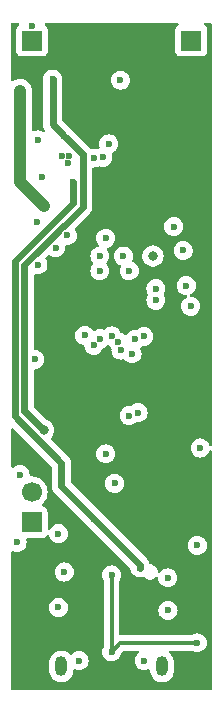
<source format=gbr>
%TF.GenerationSoftware,KiCad,Pcbnew,8.0.6*%
%TF.CreationDate,2025-01-15T19:29:55+01:00*%
%TF.ProjectId,boxmod,626f786d-6f64-42e6-9b69-6361645f7063,rev?*%
%TF.SameCoordinates,Original*%
%TF.FileFunction,Copper,L2,Inr*%
%TF.FilePolarity,Positive*%
%FSLAX46Y46*%
G04 Gerber Fmt 4.6, Leading zero omitted, Abs format (unit mm)*
G04 Created by KiCad (PCBNEW 8.0.6) date 2025-01-15 19:29:55*
%MOMM*%
%LPD*%
G01*
G04 APERTURE LIST*
%TA.AperFunction,ComponentPad*%
%ADD10R,1.700000X1.700000*%
%TD*%
%TA.AperFunction,ComponentPad*%
%ADD11O,1.000000X1.700000*%
%TD*%
%TA.AperFunction,ComponentPad*%
%ADD12C,1.700000*%
%TD*%
%TA.AperFunction,ViaPad*%
%ADD13C,0.600000*%
%TD*%
%TA.AperFunction,ViaPad*%
%ADD14C,0.800000*%
%TD*%
%TA.AperFunction,ViaPad*%
%ADD15C,1.000000*%
%TD*%
%TA.AperFunction,Conductor*%
%ADD16C,0.600000*%
%TD*%
%TA.AperFunction,Conductor*%
%ADD17C,0.300000*%
%TD*%
%TA.AperFunction,Conductor*%
%ADD18C,1.000000*%
%TD*%
G04 APERTURE END LIST*
D10*
%TO.N,GND*%
%TO.C,J5*%
X102250000Y-53250000D03*
%TD*%
D11*
%TO.N,GND*%
%TO.C,J1*%
X99770000Y-106250000D03*
%TO.N,N/C*%
X91230000Y-106250000D03*
%TD*%
D10*
%TO.N,coil+*%
%TO.C,J4*%
X88750000Y-53250000D03*
%TD*%
D12*
%TO.N,/+BT1*%
%TO.C,BT1*%
X88725000Y-91500000D03*
D10*
%TO.N,/-BT1*%
X88725000Y-94040000D03*
%TD*%
D13*
%TO.N,GND*%
X91800000Y-63650000D03*
X94025000Y-63200000D03*
X91925000Y-63050000D03*
X89150000Y-68625000D03*
D14*
%TO.N,+5V*%
X89750000Y-86250000D03*
D13*
%TO.N,+BATT*%
X92250000Y-65250000D03*
X94000000Y-93750000D03*
X97875000Y-97875000D03*
%TO.N,RXD*%
X99250000Y-75250000D03*
%TO.N,TXD*%
X101825000Y-74000000D03*
%TO.N,MISO*%
X94550000Y-78500000D03*
%TO.N,RESET*%
X99250000Y-74250000D03*
%TO.N,SCK*%
X94000000Y-79050000D03*
%TO.N,MOSI*%
X93222182Y-78222182D03*
%TO.N,moins*%
X96054957Y-78754503D03*
%TO.N,plus*%
X91500000Y-98250000D03*
X95500000Y-78250000D03*
%TO.N,fire*%
X96250000Y-56600000D03*
X95250000Y-62000000D03*
X95000000Y-70000000D03*
%TO.N,PWM*%
X91750000Y-69750000D03*
X89250000Y-61662500D03*
%TO.N,BOOST_EN*%
X90750000Y-70800000D03*
X89575000Y-64800000D03*
%TO.N,SDA*%
X97750000Y-84750000D03*
X96287800Y-79467449D03*
%TO.N,SCL*%
X97225000Y-79775000D03*
X97000000Y-85000000D03*
%TO.N,+USB5V*%
X95500000Y-105000000D03*
X102750000Y-104250000D03*
X95500000Y-98500000D03*
%TO.N,+5V*%
X90500000Y-56500000D03*
X91500000Y-61327004D03*
%TO.N,+3.3V*%
X103700000Y-97250000D03*
X95250000Y-58250000D03*
X102750000Y-71750000D03*
X99250000Y-78500000D03*
X96500000Y-63750000D03*
X96250000Y-82700000D03*
X87300000Y-97250000D03*
X94000000Y-89000000D03*
X90875000Y-72125000D03*
X90500000Y-78250000D03*
X101000000Y-86250000D03*
X102000000Y-56250000D03*
X102750000Y-77296300D03*
%TO.N,coil+*%
X88750000Y-52050000D03*
D14*
X99000000Y-71500000D03*
D13*
%TO.N,batV*%
X97512230Y-78554820D03*
%TO.N,GND*%
X97000000Y-72750000D03*
X91000000Y-101250000D03*
X92750000Y-105750000D03*
X100250000Y-98750000D03*
X100750000Y-69000000D03*
X95000000Y-88250000D03*
X94750000Y-63150000D03*
X96500000Y-71500000D03*
X94500000Y-72750000D03*
X102195000Y-75750000D03*
X89263909Y-72236091D03*
X103000000Y-87750000D03*
X95750000Y-90750000D03*
X98250000Y-105750000D03*
X91000000Y-95000000D03*
X102750000Y-96000000D03*
X89000000Y-80250000D03*
X94500000Y-71500000D03*
X91300000Y-63050000D03*
X100275000Y-101500000D03*
X87500000Y-95750000D03*
X87750000Y-90000000D03*
%TO.N,CoilResSw*%
X101560468Y-71028689D03*
%TO.N,BatVoltSw*%
X98221311Y-78310468D03*
D15*
%TO.N,Net-(Q2-D)*%
X87750000Y-57500000D03*
X89750000Y-67250000D03*
%TD*%
D16*
%TO.N,+5V*%
X91500000Y-61327004D02*
X93050000Y-62877004D01*
X93050000Y-62877004D02*
X93050000Y-67331370D01*
X88100000Y-84600000D02*
X89750000Y-86250000D01*
X93050000Y-67331370D02*
X91431370Y-68950000D01*
X88945279Y-71436091D02*
X88932538Y-71436091D01*
X88932538Y-71436091D02*
X88100000Y-72268629D01*
X91431370Y-68950000D02*
X91418629Y-68950000D01*
X90950000Y-69418629D02*
X90950000Y-69431370D01*
X91418629Y-68950000D02*
X90950000Y-69418629D01*
X90950000Y-69431370D02*
X88945279Y-71436091D01*
X88100000Y-72268629D02*
X88100000Y-84600000D01*
%TO.N,+BATT*%
X94000000Y-93750000D02*
X91250000Y-91000000D01*
X88613909Y-70636091D02*
X90150000Y-69100000D01*
X91250000Y-91000000D02*
X91250000Y-89022793D01*
X91250000Y-89022793D02*
X87300000Y-85072793D01*
X87300000Y-85072793D02*
X87300000Y-71937258D01*
X87300000Y-71937258D02*
X88601167Y-70636091D01*
X88601167Y-70636091D02*
X88613909Y-70636091D01*
X92250000Y-66987259D02*
X92250000Y-65250000D01*
X90150000Y-69100000D02*
X90150000Y-69087259D01*
X90150000Y-69087259D02*
X92250000Y-66987259D01*
X97875000Y-97625000D02*
X94000000Y-93750000D01*
X97875000Y-97875000D02*
X97875000Y-97625000D01*
D17*
%TO.N,+USB5V*%
X102750000Y-104250000D02*
X96250000Y-104250000D01*
X96250000Y-104250000D02*
X95500000Y-105000000D01*
X95500000Y-98500000D02*
X95500000Y-105000000D01*
D16*
%TO.N,+5V*%
X90500000Y-56500000D02*
X90500000Y-60327004D01*
X90500000Y-60327004D02*
X91500000Y-61327004D01*
D18*
%TO.N,Net-(Q2-D)*%
X87750000Y-57500000D02*
X87750000Y-65250000D01*
X87750000Y-65250000D02*
X89750000Y-67250000D01*
%TD*%
%TA.AperFunction,Conductor*%
%TO.N,+3.3V*%
G36*
X87626936Y-51770185D02*
G01*
X87672691Y-51822989D01*
X87682635Y-51892147D01*
X87653610Y-51955703D01*
X87634208Y-51973766D01*
X87542455Y-52042452D01*
X87542452Y-52042455D01*
X87456206Y-52157664D01*
X87456202Y-52157671D01*
X87405908Y-52292517D01*
X87399501Y-52352116D01*
X87399501Y-52352123D01*
X87399500Y-52352135D01*
X87399500Y-54147870D01*
X87399501Y-54147876D01*
X87405908Y-54207483D01*
X87456202Y-54342328D01*
X87456206Y-54342335D01*
X87542452Y-54457544D01*
X87542455Y-54457547D01*
X87657664Y-54543793D01*
X87657671Y-54543797D01*
X87792517Y-54594091D01*
X87792516Y-54594091D01*
X87799444Y-54594835D01*
X87852127Y-54600500D01*
X89647872Y-54600499D01*
X89707483Y-54594091D01*
X89842331Y-54543796D01*
X89957546Y-54457546D01*
X90043796Y-54342331D01*
X90094091Y-54207483D01*
X90100500Y-54147873D01*
X90100499Y-52352128D01*
X90094091Y-52292517D01*
X90043796Y-52157669D01*
X90043795Y-52157668D01*
X90043793Y-52157664D01*
X89957547Y-52042455D01*
X89957544Y-52042452D01*
X89865792Y-51973766D01*
X89823921Y-51917832D01*
X89818937Y-51848141D01*
X89852423Y-51786818D01*
X89913746Y-51753334D01*
X89940103Y-51750500D01*
X101059897Y-51750500D01*
X101126936Y-51770185D01*
X101172691Y-51822989D01*
X101182635Y-51892147D01*
X101153610Y-51955703D01*
X101134208Y-51973766D01*
X101042455Y-52042452D01*
X101042452Y-52042455D01*
X100956206Y-52157664D01*
X100956202Y-52157671D01*
X100905908Y-52292517D01*
X100899501Y-52352116D01*
X100899501Y-52352123D01*
X100899500Y-52352135D01*
X100899500Y-54147870D01*
X100899501Y-54147876D01*
X100905908Y-54207483D01*
X100956202Y-54342328D01*
X100956206Y-54342335D01*
X101042452Y-54457544D01*
X101042455Y-54457547D01*
X101157664Y-54543793D01*
X101157671Y-54543797D01*
X101292517Y-54594091D01*
X101292516Y-54594091D01*
X101299444Y-54594835D01*
X101352127Y-54600500D01*
X103147872Y-54600499D01*
X103207483Y-54594091D01*
X103342331Y-54543796D01*
X103457546Y-54457546D01*
X103543796Y-54342331D01*
X103594091Y-54207483D01*
X103600500Y-54147873D01*
X103600499Y-52352128D01*
X103594091Y-52292517D01*
X103543796Y-52157669D01*
X103543795Y-52157668D01*
X103543793Y-52157664D01*
X103457547Y-52042455D01*
X103457544Y-52042452D01*
X103365792Y-51973766D01*
X103323921Y-51917832D01*
X103318937Y-51848141D01*
X103352423Y-51786818D01*
X103413746Y-51753334D01*
X103440103Y-51750500D01*
X103875500Y-51750500D01*
X103942539Y-51770185D01*
X103988294Y-51822989D01*
X103999500Y-51874500D01*
X103999500Y-87452885D01*
X103979815Y-87519924D01*
X103927011Y-87565679D01*
X103857853Y-87575623D01*
X103794297Y-87546598D01*
X103758459Y-87493840D01*
X103725790Y-87400480D01*
X103725789Y-87400478D01*
X103629816Y-87247738D01*
X103502262Y-87120184D01*
X103349523Y-87024211D01*
X103179254Y-86964631D01*
X103179249Y-86964630D01*
X103000004Y-86944435D01*
X102999996Y-86944435D01*
X102820750Y-86964630D01*
X102820745Y-86964631D01*
X102650476Y-87024211D01*
X102497737Y-87120184D01*
X102370184Y-87247737D01*
X102274211Y-87400476D01*
X102214631Y-87570745D01*
X102214630Y-87570750D01*
X102194435Y-87749996D01*
X102194435Y-87750003D01*
X102214630Y-87929249D01*
X102214631Y-87929254D01*
X102274211Y-88099523D01*
X102368760Y-88249996D01*
X102370184Y-88252262D01*
X102497738Y-88379816D01*
X102650478Y-88475789D01*
X102820745Y-88535368D01*
X102820750Y-88535369D01*
X102999996Y-88555565D01*
X103000000Y-88555565D01*
X103000004Y-88555565D01*
X103179249Y-88535369D01*
X103179252Y-88535368D01*
X103179255Y-88535368D01*
X103349522Y-88475789D01*
X103502262Y-88379816D01*
X103629816Y-88252262D01*
X103725789Y-88099522D01*
X103758458Y-88006160D01*
X103799180Y-87949383D01*
X103864133Y-87923636D01*
X103932694Y-87937092D01*
X103983097Y-87985479D01*
X103999500Y-88047114D01*
X103999500Y-108125500D01*
X103979815Y-108192539D01*
X103927011Y-108238294D01*
X103875500Y-108249500D01*
X87124500Y-108249500D01*
X87057461Y-108229815D01*
X87011706Y-108177011D01*
X87000500Y-108125500D01*
X87000500Y-106698543D01*
X90229499Y-106698543D01*
X90267947Y-106891829D01*
X90267950Y-106891839D01*
X90343364Y-107073907D01*
X90343371Y-107073920D01*
X90452860Y-107237781D01*
X90452863Y-107237785D01*
X90592214Y-107377136D01*
X90592218Y-107377139D01*
X90756079Y-107486628D01*
X90756092Y-107486635D01*
X90938160Y-107562049D01*
X90938165Y-107562051D01*
X90938169Y-107562051D01*
X90938170Y-107562052D01*
X91131456Y-107600500D01*
X91131459Y-107600500D01*
X91328543Y-107600500D01*
X91458582Y-107574632D01*
X91521835Y-107562051D01*
X91703914Y-107486632D01*
X91867782Y-107377139D01*
X92007139Y-107237782D01*
X92116632Y-107073914D01*
X92192051Y-106891835D01*
X92230500Y-106698541D01*
X92230500Y-106591073D01*
X92250185Y-106524034D01*
X92302989Y-106478279D01*
X92372147Y-106468335D01*
X92395455Y-106474032D01*
X92570737Y-106535366D01*
X92570743Y-106535367D01*
X92570745Y-106535368D01*
X92570746Y-106535368D01*
X92570750Y-106535369D01*
X92749996Y-106555565D01*
X92750000Y-106555565D01*
X92750004Y-106555565D01*
X92929249Y-106535369D01*
X92929252Y-106535368D01*
X92929255Y-106535368D01*
X93099522Y-106475789D01*
X93252262Y-106379816D01*
X93379816Y-106252262D01*
X93475789Y-106099522D01*
X93535368Y-105929255D01*
X93535369Y-105929249D01*
X93555565Y-105750003D01*
X93555565Y-105749996D01*
X93535369Y-105570750D01*
X93535368Y-105570745D01*
X93511405Y-105502262D01*
X93475789Y-105400478D01*
X93379816Y-105247738D01*
X93252262Y-105120184D01*
X93149422Y-105055565D01*
X93099523Y-105024211D01*
X92929254Y-104964631D01*
X92929249Y-104964630D01*
X92750004Y-104944435D01*
X92749996Y-104944435D01*
X92570750Y-104964630D01*
X92570745Y-104964631D01*
X92400476Y-105024211D01*
X92247737Y-105120184D01*
X92144103Y-105223819D01*
X92082780Y-105257304D01*
X92013088Y-105252320D01*
X91968741Y-105223819D01*
X91867785Y-105122863D01*
X91867781Y-105122860D01*
X91703920Y-105013371D01*
X91703907Y-105013364D01*
X91521839Y-104937950D01*
X91521829Y-104937947D01*
X91328543Y-104899500D01*
X91328541Y-104899500D01*
X91131459Y-104899500D01*
X91131457Y-104899500D01*
X90938170Y-104937947D01*
X90938160Y-104937950D01*
X90756092Y-105013364D01*
X90756079Y-105013371D01*
X90592218Y-105122860D01*
X90592214Y-105122863D01*
X90452863Y-105262214D01*
X90452860Y-105262218D01*
X90343371Y-105426079D01*
X90343364Y-105426092D01*
X90267950Y-105608160D01*
X90267947Y-105608170D01*
X90229500Y-105801456D01*
X90229500Y-105801459D01*
X90229500Y-106698541D01*
X90229500Y-106698543D01*
X90229499Y-106698543D01*
X87000500Y-106698543D01*
X87000500Y-101249996D01*
X90194435Y-101249996D01*
X90194435Y-101250003D01*
X90214630Y-101429249D01*
X90214631Y-101429254D01*
X90274211Y-101599523D01*
X90370184Y-101752262D01*
X90497738Y-101879816D01*
X90650478Y-101975789D01*
X90820745Y-102035368D01*
X90820750Y-102035369D01*
X90999996Y-102055565D01*
X91000000Y-102055565D01*
X91000004Y-102055565D01*
X91179249Y-102035369D01*
X91179252Y-102035368D01*
X91179255Y-102035368D01*
X91349522Y-101975789D01*
X91502262Y-101879816D01*
X91629816Y-101752262D01*
X91725789Y-101599522D01*
X91785368Y-101429255D01*
X91785369Y-101429249D01*
X91805565Y-101250003D01*
X91805565Y-101249996D01*
X91785369Y-101070750D01*
X91785368Y-101070745D01*
X91725788Y-100900476D01*
X91629815Y-100747737D01*
X91502262Y-100620184D01*
X91349523Y-100524211D01*
X91179254Y-100464631D01*
X91179249Y-100464630D01*
X91000004Y-100444435D01*
X90999996Y-100444435D01*
X90820750Y-100464630D01*
X90820745Y-100464631D01*
X90650476Y-100524211D01*
X90497737Y-100620184D01*
X90370184Y-100747737D01*
X90274211Y-100900476D01*
X90214631Y-101070745D01*
X90214630Y-101070750D01*
X90194435Y-101249996D01*
X87000500Y-101249996D01*
X87000500Y-98249996D01*
X90694435Y-98249996D01*
X90694435Y-98250003D01*
X90714630Y-98429249D01*
X90714631Y-98429254D01*
X90774211Y-98599523D01*
X90827614Y-98684512D01*
X90870184Y-98752262D01*
X90997738Y-98879816D01*
X91150478Y-98975789D01*
X91234150Y-99005067D01*
X91320745Y-99035368D01*
X91320750Y-99035369D01*
X91499996Y-99055565D01*
X91500000Y-99055565D01*
X91500004Y-99055565D01*
X91679249Y-99035369D01*
X91679252Y-99035368D01*
X91679255Y-99035368D01*
X91849522Y-98975789D01*
X92002262Y-98879816D01*
X92129816Y-98752262D01*
X92225789Y-98599522D01*
X92260615Y-98499996D01*
X94694435Y-98499996D01*
X94694435Y-98500003D01*
X94714630Y-98679249D01*
X94714631Y-98679254D01*
X94774211Y-98849524D01*
X94830493Y-98939094D01*
X94849500Y-99005067D01*
X94849500Y-104494931D01*
X94830494Y-104560903D01*
X94774211Y-104650477D01*
X94774209Y-104650481D01*
X94714633Y-104820737D01*
X94714630Y-104820750D01*
X94694435Y-104999996D01*
X94694435Y-105000003D01*
X94714630Y-105179249D01*
X94714631Y-105179254D01*
X94774211Y-105349523D01*
X94822315Y-105426079D01*
X94870184Y-105502262D01*
X94997738Y-105629816D01*
X95150478Y-105725789D01*
X95219678Y-105750003D01*
X95320745Y-105785368D01*
X95320750Y-105785369D01*
X95499996Y-105805565D01*
X95500000Y-105805565D01*
X95500004Y-105805565D01*
X95679249Y-105785369D01*
X95679252Y-105785368D01*
X95679255Y-105785368D01*
X95849522Y-105725789D01*
X96002262Y-105629816D01*
X96129816Y-105502262D01*
X96225789Y-105349522D01*
X96285368Y-105179255D01*
X96286182Y-105172025D01*
X96313245Y-105107611D01*
X96321703Y-105098241D01*
X96483128Y-104936816D01*
X96544449Y-104903334D01*
X96570807Y-104900500D01*
X97668842Y-104900500D01*
X97735881Y-104920185D01*
X97781636Y-104972989D01*
X97791580Y-105042147D01*
X97762555Y-105105703D01*
X97752631Y-105115229D01*
X97752662Y-105115260D01*
X97620184Y-105247737D01*
X97524211Y-105400476D01*
X97464631Y-105570745D01*
X97464630Y-105570750D01*
X97444435Y-105749996D01*
X97444435Y-105750003D01*
X97464630Y-105929249D01*
X97464631Y-105929254D01*
X97524211Y-106099523D01*
X97620184Y-106252262D01*
X97747738Y-106379816D01*
X97838080Y-106436582D01*
X97897681Y-106474032D01*
X97900478Y-106475789D01*
X98038354Y-106524034D01*
X98070745Y-106535368D01*
X98070750Y-106535369D01*
X98249996Y-106555565D01*
X98250000Y-106555565D01*
X98250004Y-106555565D01*
X98429249Y-106535369D01*
X98429251Y-106535368D01*
X98429255Y-106535368D01*
X98429258Y-106535366D01*
X98429262Y-106535366D01*
X98604545Y-106474032D01*
X98674324Y-106470470D01*
X98734951Y-106505198D01*
X98767179Y-106567192D01*
X98769500Y-106591073D01*
X98769500Y-106698541D01*
X98769500Y-106698543D01*
X98769499Y-106698543D01*
X98807947Y-106891829D01*
X98807950Y-106891839D01*
X98883364Y-107073907D01*
X98883371Y-107073920D01*
X98992860Y-107237781D01*
X98992863Y-107237785D01*
X99132214Y-107377136D01*
X99132218Y-107377139D01*
X99296079Y-107486628D01*
X99296092Y-107486635D01*
X99478160Y-107562049D01*
X99478165Y-107562051D01*
X99478169Y-107562051D01*
X99478170Y-107562052D01*
X99671456Y-107600500D01*
X99671459Y-107600500D01*
X99868543Y-107600500D01*
X99998582Y-107574632D01*
X100061835Y-107562051D01*
X100243914Y-107486632D01*
X100407782Y-107377139D01*
X100547139Y-107237782D01*
X100656632Y-107073914D01*
X100732051Y-106891835D01*
X100770500Y-106698541D01*
X100770500Y-105801459D01*
X100770500Y-105801456D01*
X100732052Y-105608170D01*
X100732051Y-105608169D01*
X100732051Y-105608165D01*
X100688185Y-105502262D01*
X100656635Y-105426092D01*
X100656628Y-105426079D01*
X100547139Y-105262218D01*
X100547136Y-105262214D01*
X100407787Y-105122865D01*
X100404725Y-105120352D01*
X100403552Y-105118630D01*
X100403475Y-105118553D01*
X100403489Y-105118538D01*
X100365392Y-105062605D01*
X100363523Y-104992761D01*
X100399711Y-104932993D01*
X100462468Y-104902278D01*
X100483392Y-104900500D01*
X102244932Y-104900500D01*
X102310904Y-104919506D01*
X102400477Y-104975789D01*
X102400481Y-104975790D01*
X102570737Y-105035366D01*
X102570743Y-105035367D01*
X102570745Y-105035368D01*
X102570746Y-105035368D01*
X102570750Y-105035369D01*
X102749996Y-105055565D01*
X102750000Y-105055565D01*
X102750004Y-105055565D01*
X102929249Y-105035369D01*
X102929252Y-105035368D01*
X102929255Y-105035368D01*
X103099522Y-104975789D01*
X103252262Y-104879816D01*
X103379816Y-104752262D01*
X103475789Y-104599522D01*
X103535368Y-104429255D01*
X103555565Y-104250000D01*
X103535368Y-104070745D01*
X103475789Y-103900478D01*
X103379816Y-103747738D01*
X103252262Y-103620184D01*
X103189096Y-103580494D01*
X103099523Y-103524211D01*
X102929254Y-103464631D01*
X102929249Y-103464630D01*
X102750004Y-103444435D01*
X102749996Y-103444435D01*
X102570750Y-103464630D01*
X102570737Y-103464633D01*
X102400481Y-103524209D01*
X102400477Y-103524210D01*
X102310904Y-103580494D01*
X102244932Y-103599500D01*
X96274500Y-103599500D01*
X96207461Y-103579815D01*
X96161706Y-103527011D01*
X96150500Y-103475500D01*
X96150500Y-101499996D01*
X99469435Y-101499996D01*
X99469435Y-101500003D01*
X99489630Y-101679249D01*
X99489631Y-101679254D01*
X99549211Y-101849523D01*
X99628549Y-101975788D01*
X99645184Y-102002262D01*
X99772738Y-102129816D01*
X99925478Y-102225789D01*
X100095745Y-102285368D01*
X100095750Y-102285369D01*
X100274996Y-102305565D01*
X100275000Y-102305565D01*
X100275004Y-102305565D01*
X100454249Y-102285369D01*
X100454252Y-102285368D01*
X100454255Y-102285368D01*
X100624522Y-102225789D01*
X100777262Y-102129816D01*
X100904816Y-102002262D01*
X101000789Y-101849522D01*
X101060368Y-101679255D01*
X101080565Y-101500000D01*
X101072593Y-101429249D01*
X101060369Y-101320750D01*
X101060368Y-101320745D01*
X101000788Y-101150476D01*
X100961582Y-101088080D01*
X100904816Y-100997738D01*
X100777262Y-100870184D01*
X100624523Y-100774211D01*
X100454254Y-100714631D01*
X100454249Y-100714630D01*
X100275004Y-100694435D01*
X100274996Y-100694435D01*
X100095750Y-100714630D01*
X100095745Y-100714631D01*
X99925476Y-100774211D01*
X99772737Y-100870184D01*
X99645184Y-100997737D01*
X99549211Y-101150476D01*
X99489631Y-101320745D01*
X99489630Y-101320750D01*
X99469435Y-101499996D01*
X96150500Y-101499996D01*
X96150500Y-99005067D01*
X96169507Y-98939094D01*
X96225788Y-98849524D01*
X96246867Y-98789284D01*
X96285368Y-98679255D01*
X96285385Y-98679105D01*
X96305565Y-98500003D01*
X96305565Y-98499996D01*
X96285369Y-98320750D01*
X96285368Y-98320745D01*
X96274901Y-98290832D01*
X96225789Y-98150478D01*
X96129816Y-97997738D01*
X96002262Y-97870184D01*
X95915187Y-97815471D01*
X95849523Y-97774211D01*
X95679254Y-97714631D01*
X95679249Y-97714630D01*
X95500004Y-97694435D01*
X95499996Y-97694435D01*
X95320750Y-97714630D01*
X95320745Y-97714631D01*
X95150476Y-97774211D01*
X94997737Y-97870184D01*
X94870184Y-97997737D01*
X94774211Y-98150476D01*
X94714631Y-98320745D01*
X94714630Y-98320750D01*
X94694435Y-98499996D01*
X92260615Y-98499996D01*
X92285368Y-98429255D01*
X92287896Y-98406818D01*
X92305565Y-98250003D01*
X92305565Y-98249996D01*
X92285369Y-98070750D01*
X92285368Y-98070745D01*
X92225788Y-97900476D01*
X92186582Y-97838080D01*
X92129816Y-97747738D01*
X92002262Y-97620184D01*
X91969344Y-97599500D01*
X91849523Y-97524211D01*
X91679254Y-97464631D01*
X91679249Y-97464630D01*
X91500004Y-97444435D01*
X91499996Y-97444435D01*
X91320750Y-97464630D01*
X91320745Y-97464631D01*
X91150476Y-97524211D01*
X90997737Y-97620184D01*
X90870184Y-97747737D01*
X90774211Y-97900476D01*
X90714631Y-98070745D01*
X90714630Y-98070750D01*
X90694435Y-98249996D01*
X87000500Y-98249996D01*
X87000500Y-96598071D01*
X87020185Y-96531032D01*
X87072989Y-96485277D01*
X87142147Y-96475333D01*
X87165455Y-96481030D01*
X87320737Y-96535366D01*
X87320743Y-96535367D01*
X87320745Y-96535368D01*
X87320746Y-96535368D01*
X87320750Y-96535369D01*
X87499996Y-96555565D01*
X87500000Y-96555565D01*
X87500004Y-96555565D01*
X87679249Y-96535369D01*
X87679252Y-96535368D01*
X87679255Y-96535368D01*
X87849522Y-96475789D01*
X88002262Y-96379816D01*
X88129816Y-96252262D01*
X88225789Y-96099522D01*
X88285368Y-95929255D01*
X88285369Y-95929249D01*
X88305565Y-95750003D01*
X88305565Y-95749996D01*
X88285369Y-95570750D01*
X88285368Y-95570748D01*
X88285368Y-95570745D01*
X88280017Y-95555455D01*
X88276455Y-95485677D01*
X88311183Y-95425049D01*
X88373176Y-95392821D01*
X88397059Y-95390499D01*
X89622871Y-95390499D01*
X89622872Y-95390499D01*
X89682483Y-95384091D01*
X89817331Y-95333796D01*
X89932546Y-95247546D01*
X90001610Y-95155288D01*
X90057541Y-95113418D01*
X90127233Y-95108434D01*
X90188556Y-95141919D01*
X90217916Y-95188645D01*
X90274209Y-95349519D01*
X90301418Y-95392821D01*
X90370184Y-95502262D01*
X90497738Y-95629816D01*
X90650478Y-95725789D01*
X90719678Y-95750003D01*
X90820745Y-95785368D01*
X90820750Y-95785369D01*
X90999996Y-95805565D01*
X91000000Y-95805565D01*
X91000004Y-95805565D01*
X91179249Y-95785369D01*
X91179252Y-95785368D01*
X91179255Y-95785368D01*
X91349522Y-95725789D01*
X91502262Y-95629816D01*
X91629816Y-95502262D01*
X91725789Y-95349522D01*
X91785368Y-95179255D01*
X91785369Y-95179249D01*
X91805565Y-95000003D01*
X91805565Y-94999996D01*
X91785369Y-94820750D01*
X91785368Y-94820745D01*
X91725789Y-94650478D01*
X91724593Y-94648575D01*
X91629815Y-94497737D01*
X91502262Y-94370184D01*
X91349523Y-94274211D01*
X91179254Y-94214631D01*
X91179249Y-94214630D01*
X91000004Y-94194435D01*
X90999996Y-94194435D01*
X90820750Y-94214630D01*
X90820745Y-94214631D01*
X90650476Y-94274211D01*
X90497737Y-94370184D01*
X90370184Y-94497737D01*
X90370182Y-94497740D01*
X90304492Y-94602284D01*
X90252157Y-94648575D01*
X90183104Y-94659222D01*
X90119256Y-94630847D01*
X90080884Y-94572457D01*
X90075499Y-94536316D01*
X90075499Y-93142128D01*
X90069091Y-93082517D01*
X90018796Y-92947669D01*
X90018795Y-92947668D01*
X90018793Y-92947664D01*
X89932547Y-92832455D01*
X89932544Y-92832452D01*
X89817335Y-92746206D01*
X89817328Y-92746202D01*
X89685917Y-92697189D01*
X89629983Y-92655318D01*
X89605566Y-92589853D01*
X89620418Y-92521580D01*
X89641563Y-92493332D01*
X89763495Y-92371401D01*
X89899035Y-92177830D01*
X89998903Y-91963663D01*
X90060063Y-91735408D01*
X90080659Y-91500000D01*
X90060063Y-91264592D01*
X89998903Y-91036337D01*
X89899035Y-90822171D01*
X89873266Y-90785368D01*
X89763494Y-90628597D01*
X89596402Y-90461506D01*
X89596395Y-90461501D01*
X89402834Y-90325967D01*
X89402830Y-90325965D01*
X89308030Y-90281759D01*
X89188663Y-90226097D01*
X89188659Y-90226096D01*
X89188655Y-90226094D01*
X88960413Y-90164938D01*
X88960403Y-90164936D01*
X88725001Y-90144341D01*
X88724996Y-90144341D01*
X88688450Y-90147538D01*
X88619950Y-90133771D01*
X88569768Y-90085155D01*
X88553835Y-90017126D01*
X88554424Y-90010124D01*
X88555565Y-89999999D01*
X88555565Y-89999996D01*
X88535369Y-89820750D01*
X88535368Y-89820745D01*
X88475788Y-89650476D01*
X88379815Y-89497737D01*
X88252262Y-89370184D01*
X88099523Y-89274211D01*
X87929254Y-89214631D01*
X87929249Y-89214630D01*
X87750004Y-89194435D01*
X87749996Y-89194435D01*
X87570750Y-89214630D01*
X87570745Y-89214631D01*
X87400476Y-89274211D01*
X87247737Y-89370184D01*
X87212181Y-89405741D01*
X87150858Y-89439226D01*
X87081166Y-89434242D01*
X87025233Y-89392370D01*
X87000816Y-89326906D01*
X87000500Y-89318060D01*
X87000500Y-86204733D01*
X87020185Y-86137694D01*
X87072989Y-86091939D01*
X87142147Y-86081995D01*
X87205703Y-86111020D01*
X87212181Y-86117052D01*
X90413181Y-89318052D01*
X90446666Y-89379375D01*
X90449500Y-89405733D01*
X90449500Y-91078846D01*
X90480261Y-91233489D01*
X90480264Y-91233501D01*
X90540602Y-91379172D01*
X90540609Y-91379185D01*
X90628210Y-91510288D01*
X90628213Y-91510292D01*
X93365843Y-94247920D01*
X93365850Y-94247928D01*
X93370183Y-94252260D01*
X93370184Y-94252262D01*
X93378211Y-94260289D01*
X97048468Y-97930546D01*
X97081953Y-97991869D01*
X97084007Y-98004340D01*
X97089632Y-98054252D01*
X97089633Y-98054260D01*
X97097976Y-98078104D01*
X97102550Y-98094860D01*
X97105262Y-98108496D01*
X97121347Y-98147330D01*
X97122650Y-98150476D01*
X97125509Y-98157377D01*
X97127986Y-98163867D01*
X97139229Y-98195997D01*
X97149212Y-98224524D01*
X97155709Y-98234865D01*
X97165268Y-98253365D01*
X97165603Y-98254173D01*
X97165605Y-98254179D01*
X97202223Y-98308982D01*
X97204114Y-98311900D01*
X97245180Y-98377257D01*
X97245182Y-98377260D01*
X97245184Y-98377262D01*
X97372738Y-98504816D01*
X97438131Y-98545905D01*
X97441040Y-98547790D01*
X97495821Y-98584394D01*
X97496606Y-98584719D01*
X97515134Y-98594289D01*
X97525478Y-98600789D01*
X97586175Y-98622028D01*
X97592607Y-98624484D01*
X97619965Y-98635816D01*
X97641497Y-98644735D01*
X97641498Y-98644735D01*
X97641503Y-98644737D01*
X97655139Y-98647449D01*
X97671898Y-98652023D01*
X97695745Y-98660368D01*
X97746714Y-98666110D01*
X97756992Y-98667709D01*
X97784140Y-98673109D01*
X97796157Y-98675500D01*
X97796158Y-98675500D01*
X97823085Y-98675500D01*
X97836969Y-98676280D01*
X97874998Y-98680565D01*
X97875000Y-98680565D01*
X97875002Y-98680565D01*
X97913031Y-98676280D01*
X97926915Y-98675500D01*
X97953841Y-98675500D01*
X97953842Y-98675500D01*
X97993017Y-98667707D01*
X98003283Y-98666110D01*
X98054255Y-98660368D01*
X98078100Y-98652023D01*
X98094862Y-98647448D01*
X98108497Y-98644737D01*
X98110722Y-98643815D01*
X98111996Y-98643288D01*
X98113980Y-98643074D01*
X98114332Y-98642968D01*
X98114352Y-98643034D01*
X98181465Y-98635816D01*
X98243945Y-98667089D01*
X98254329Y-98679105D01*
X98254543Y-98678916D01*
X98259512Y-98684525D01*
X98259515Y-98684528D01*
X98259517Y-98684530D01*
X98377760Y-98789283D01*
X98377762Y-98789284D01*
X98517634Y-98862696D01*
X98671014Y-98900500D01*
X98671015Y-98900500D01*
X98828985Y-98900500D01*
X98982365Y-98862696D01*
X99122237Y-98789285D01*
X99122238Y-98789283D01*
X99122240Y-98789283D01*
X99240483Y-98684530D01*
X99240485Y-98684526D01*
X99240502Y-98684512D01*
X99303735Y-98654791D01*
X99372999Y-98663975D01*
X99426302Y-98709147D01*
X99445949Y-98763444D01*
X99464630Y-98929250D01*
X99464631Y-98929254D01*
X99524211Y-99099523D01*
X99620184Y-99252262D01*
X99747738Y-99379816D01*
X99900478Y-99475789D01*
X100070745Y-99535368D01*
X100070750Y-99535369D01*
X100249996Y-99555565D01*
X100250000Y-99555565D01*
X100250004Y-99555565D01*
X100429249Y-99535369D01*
X100429252Y-99535368D01*
X100429255Y-99535368D01*
X100599522Y-99475789D01*
X100752262Y-99379816D01*
X100879816Y-99252262D01*
X100975789Y-99099522D01*
X101035368Y-98929255D01*
X101038608Y-98900500D01*
X101055565Y-98750003D01*
X101055565Y-98749996D01*
X101035369Y-98570750D01*
X101035368Y-98570745D01*
X101010612Y-98499996D01*
X100975789Y-98400478D01*
X100961201Y-98377262D01*
X100936582Y-98338080D01*
X100879816Y-98247738D01*
X100752262Y-98120184D01*
X100698363Y-98086317D01*
X100599523Y-98024211D01*
X100429254Y-97964631D01*
X100429249Y-97964630D01*
X100250004Y-97944435D01*
X100249996Y-97944435D01*
X100070750Y-97964630D01*
X100070745Y-97964631D01*
X99900476Y-98024211D01*
X99747737Y-98120184D01*
X99620178Y-98247743D01*
X99617821Y-98250699D01*
X99615816Y-98252105D01*
X99615260Y-98252662D01*
X99615162Y-98252564D01*
X99560627Y-98290832D01*
X99490815Y-98293673D01*
X99430550Y-98258320D01*
X99398965Y-98195997D01*
X99397791Y-98188338D01*
X99386237Y-98093182D01*
X99383633Y-98086317D01*
X99350040Y-97997738D01*
X99330220Y-97945477D01*
X99240483Y-97815470D01*
X99122240Y-97710717D01*
X99122238Y-97710716D01*
X99122237Y-97710715D01*
X98982365Y-97637303D01*
X98828986Y-97599500D01*
X98828985Y-97599500D01*
X98787875Y-97599500D01*
X98720836Y-97579815D01*
X98675081Y-97527011D01*
X98666258Y-97499691D01*
X98644739Y-97391510D01*
X98644738Y-97391503D01*
X98584394Y-97245821D01*
X98584392Y-97245818D01*
X98584390Y-97245814D01*
X98496789Y-97114711D01*
X98496786Y-97114707D01*
X97382075Y-95999996D01*
X101944435Y-95999996D01*
X101944435Y-96000003D01*
X101964630Y-96179249D01*
X101964631Y-96179254D01*
X102024211Y-96349523D01*
X102044336Y-96381551D01*
X102120184Y-96502262D01*
X102247738Y-96629816D01*
X102400478Y-96725789D01*
X102570745Y-96785368D01*
X102570750Y-96785369D01*
X102749996Y-96805565D01*
X102750000Y-96805565D01*
X102750004Y-96805565D01*
X102929249Y-96785369D01*
X102929252Y-96785368D01*
X102929255Y-96785368D01*
X103099522Y-96725789D01*
X103252262Y-96629816D01*
X103379816Y-96502262D01*
X103475789Y-96349522D01*
X103535368Y-96179255D01*
X103555565Y-96000000D01*
X103547593Y-95929249D01*
X103535369Y-95820750D01*
X103535368Y-95820745D01*
X103475788Y-95650476D01*
X103436582Y-95588080D01*
X103379816Y-95497738D01*
X103252262Y-95370184D01*
X103219374Y-95349519D01*
X103099523Y-95274211D01*
X102929254Y-95214631D01*
X102929249Y-95214630D01*
X102750004Y-95194435D01*
X102749996Y-95194435D01*
X102570750Y-95214630D01*
X102570745Y-95214631D01*
X102400476Y-95274211D01*
X102247737Y-95370184D01*
X102120184Y-95497737D01*
X102024211Y-95650476D01*
X101964631Y-95820745D01*
X101964630Y-95820750D01*
X101944435Y-95999996D01*
X97382075Y-95999996D01*
X94510289Y-93128211D01*
X94502262Y-93120184D01*
X94502260Y-93120183D01*
X94497928Y-93115850D01*
X94497920Y-93115843D01*
X92132074Y-90749996D01*
X94944435Y-90749996D01*
X94944435Y-90750003D01*
X94964630Y-90929249D01*
X94964631Y-90929254D01*
X95024211Y-91099523D01*
X95108388Y-91233489D01*
X95120184Y-91252262D01*
X95247738Y-91379816D01*
X95400478Y-91475789D01*
X95499082Y-91510292D01*
X95570745Y-91535368D01*
X95570750Y-91535369D01*
X95749996Y-91555565D01*
X95750000Y-91555565D01*
X95750004Y-91555565D01*
X95929249Y-91535369D01*
X95929252Y-91535368D01*
X95929255Y-91535368D01*
X96099522Y-91475789D01*
X96252262Y-91379816D01*
X96379816Y-91252262D01*
X96475789Y-91099522D01*
X96535368Y-90929255D01*
X96535369Y-90929249D01*
X96555565Y-90750003D01*
X96555565Y-90749996D01*
X96535369Y-90570750D01*
X96535368Y-90570745D01*
X96511405Y-90502262D01*
X96475789Y-90400478D01*
X96379816Y-90247738D01*
X96252262Y-90120184D01*
X96196514Y-90085155D01*
X96099523Y-90024211D01*
X95929254Y-89964631D01*
X95929249Y-89964630D01*
X95750004Y-89944435D01*
X95749996Y-89944435D01*
X95570750Y-89964630D01*
X95570745Y-89964631D01*
X95400476Y-90024211D01*
X95247737Y-90120184D01*
X95120184Y-90247737D01*
X95024211Y-90400476D01*
X94964631Y-90570745D01*
X94964630Y-90570750D01*
X94944435Y-90749996D01*
X92132074Y-90749996D01*
X92086819Y-90704741D01*
X92053334Y-90643418D01*
X92050500Y-90617060D01*
X92050500Y-88943950D01*
X92050499Y-88943949D01*
X92037743Y-88879816D01*
X92037743Y-88879815D01*
X92037743Y-88879813D01*
X92019739Y-88789303D01*
X92019738Y-88789296D01*
X91959394Y-88643614D01*
X91959392Y-88643611D01*
X91959390Y-88643607D01*
X91871789Y-88512504D01*
X91871786Y-88512500D01*
X91609282Y-88249996D01*
X94194435Y-88249996D01*
X94194435Y-88250003D01*
X94214630Y-88429249D01*
X94214631Y-88429254D01*
X94274211Y-88599523D01*
X94370184Y-88752262D01*
X94497738Y-88879816D01*
X94588080Y-88936582D01*
X94599806Y-88943950D01*
X94650478Y-88975789D01*
X94820745Y-89035368D01*
X94820750Y-89035369D01*
X94999996Y-89055565D01*
X95000000Y-89055565D01*
X95000004Y-89055565D01*
X95179249Y-89035369D01*
X95179252Y-89035368D01*
X95179255Y-89035368D01*
X95349522Y-88975789D01*
X95502262Y-88879816D01*
X95629816Y-88752262D01*
X95725789Y-88599522D01*
X95785368Y-88429255D01*
X95785369Y-88429249D01*
X95805565Y-88250003D01*
X95805565Y-88249996D01*
X95785369Y-88070750D01*
X95785368Y-88070745D01*
X95755532Y-87985479D01*
X95725789Y-87900478D01*
X95629816Y-87747738D01*
X95502262Y-87620184D01*
X95431344Y-87575623D01*
X95349523Y-87524211D01*
X95179254Y-87464631D01*
X95179249Y-87464630D01*
X95000004Y-87444435D01*
X94999996Y-87444435D01*
X94820750Y-87464630D01*
X94820745Y-87464631D01*
X94650476Y-87524211D01*
X94497737Y-87620184D01*
X94370184Y-87747737D01*
X94274211Y-87900476D01*
X94214631Y-88070745D01*
X94214630Y-88070750D01*
X94194435Y-88249996D01*
X91609282Y-88249996D01*
X90404159Y-87044874D01*
X90370674Y-86983551D01*
X90375658Y-86913859D01*
X90399688Y-86874223D01*
X90482533Y-86782216D01*
X90577179Y-86618284D01*
X90635674Y-86438256D01*
X90655460Y-86250000D01*
X90635674Y-86061744D01*
X90577179Y-85881716D01*
X90482533Y-85717784D01*
X90355871Y-85577112D01*
X90355870Y-85577111D01*
X90202734Y-85465851D01*
X90202729Y-85465848D01*
X90034809Y-85391084D01*
X89997564Y-85365486D01*
X89632074Y-84999996D01*
X96194435Y-84999996D01*
X96194435Y-85000003D01*
X96214630Y-85179249D01*
X96214631Y-85179254D01*
X96274211Y-85349523D01*
X96347304Y-85465849D01*
X96370184Y-85502262D01*
X96497738Y-85629816D01*
X96588080Y-85686582D01*
X96637739Y-85717785D01*
X96650478Y-85725789D01*
X96820745Y-85785368D01*
X96820750Y-85785369D01*
X96999996Y-85805565D01*
X97000000Y-85805565D01*
X97000004Y-85805565D01*
X97179249Y-85785369D01*
X97179252Y-85785368D01*
X97179255Y-85785368D01*
X97349522Y-85725789D01*
X97502262Y-85629816D01*
X97502265Y-85629813D01*
X97551855Y-85580223D01*
X97613178Y-85546737D01*
X97653420Y-85544683D01*
X97690155Y-85548822D01*
X97749998Y-85555565D01*
X97750000Y-85555565D01*
X97750004Y-85555565D01*
X97929249Y-85535369D01*
X97929252Y-85535368D01*
X97929255Y-85535368D01*
X98099522Y-85475789D01*
X98252262Y-85379816D01*
X98379816Y-85252262D01*
X98475789Y-85099522D01*
X98535368Y-84929255D01*
X98535369Y-84929249D01*
X98555565Y-84750003D01*
X98555565Y-84749996D01*
X98535369Y-84570750D01*
X98535368Y-84570745D01*
X98475788Y-84400476D01*
X98396450Y-84274211D01*
X98379816Y-84247738D01*
X98252262Y-84120184D01*
X98099523Y-84024211D01*
X97929254Y-83964631D01*
X97929249Y-83964630D01*
X97750004Y-83944435D01*
X97749996Y-83944435D01*
X97570750Y-83964630D01*
X97570745Y-83964631D01*
X97400476Y-84024211D01*
X97247734Y-84120186D01*
X97198142Y-84169778D01*
X97136819Y-84203262D01*
X97096579Y-84205316D01*
X97000003Y-84194435D01*
X96999996Y-84194435D01*
X96820750Y-84214630D01*
X96820745Y-84214631D01*
X96650476Y-84274211D01*
X96497737Y-84370184D01*
X96370184Y-84497737D01*
X96274211Y-84650476D01*
X96214631Y-84820745D01*
X96214630Y-84820750D01*
X96194435Y-84999996D01*
X89632074Y-84999996D01*
X88936819Y-84304741D01*
X88903334Y-84243418D01*
X88900500Y-84217060D01*
X88900500Y-81177589D01*
X88920185Y-81110550D01*
X88972989Y-81064795D01*
X89010617Y-81054369D01*
X89179249Y-81035369D01*
X89179252Y-81035368D01*
X89179255Y-81035368D01*
X89349522Y-80975789D01*
X89502262Y-80879816D01*
X89629816Y-80752262D01*
X89725789Y-80599522D01*
X89785368Y-80429255D01*
X89788122Y-80404815D01*
X89805565Y-80250003D01*
X89805565Y-80249996D01*
X89785369Y-80070750D01*
X89785368Y-80070745D01*
X89725789Y-79900478D01*
X89629816Y-79747738D01*
X89502262Y-79620184D01*
X89463368Y-79595745D01*
X89349523Y-79524211D01*
X89179254Y-79464631D01*
X89179250Y-79464630D01*
X89010616Y-79445630D01*
X88946202Y-79418563D01*
X88906647Y-79360968D01*
X88900500Y-79322410D01*
X88900500Y-78222178D01*
X92416617Y-78222178D01*
X92416617Y-78222185D01*
X92436812Y-78401431D01*
X92436813Y-78401436D01*
X92496393Y-78571705D01*
X92551867Y-78659990D01*
X92592366Y-78724444D01*
X92719920Y-78851998D01*
X92810262Y-78908764D01*
X92860424Y-78940283D01*
X92872660Y-78947971D01*
X93042927Y-79007550D01*
X93093273Y-79013222D01*
X93157685Y-79040287D01*
X93197241Y-79097881D01*
X93202609Y-79122558D01*
X93214630Y-79229250D01*
X93214631Y-79229254D01*
X93274211Y-79399523D01*
X93315122Y-79464632D01*
X93370184Y-79552262D01*
X93497738Y-79679816D01*
X93588080Y-79736582D01*
X93605833Y-79747737D01*
X93650478Y-79775789D01*
X93820745Y-79835368D01*
X93820750Y-79835369D01*
X93999996Y-79855565D01*
X94000000Y-79855565D01*
X94000004Y-79855565D01*
X94179249Y-79835369D01*
X94179252Y-79835368D01*
X94179255Y-79835368D01*
X94349522Y-79775789D01*
X94502262Y-79679816D01*
X94629816Y-79552262D01*
X94725789Y-79399522D01*
X94751099Y-79327187D01*
X94791820Y-79270411D01*
X94827188Y-79251099D01*
X94899522Y-79225789D01*
X95052262Y-79129816D01*
X95124534Y-79057543D01*
X95185853Y-79024061D01*
X95255545Y-79029045D01*
X95311479Y-79070916D01*
X95325853Y-79097890D01*
X95326145Y-79097750D01*
X95329164Y-79104019D01*
X95425141Y-79256765D01*
X95455562Y-79287186D01*
X95489047Y-79348509D01*
X95491101Y-79388749D01*
X95482235Y-79467444D01*
X95482235Y-79467452D01*
X95502430Y-79646698D01*
X95502431Y-79646703D01*
X95562011Y-79816972D01*
X95614482Y-79900478D01*
X95657984Y-79969711D01*
X95785538Y-80097265D01*
X95938278Y-80193238D01*
X96100503Y-80250003D01*
X96108545Y-80252817D01*
X96108550Y-80252818D01*
X96287796Y-80273014D01*
X96287800Y-80273014D01*
X96287804Y-80273014D01*
X96467047Y-80252818D01*
X96467047Y-80252817D01*
X96467055Y-80252817D01*
X96470319Y-80251674D01*
X96472561Y-80251560D01*
X96473837Y-80251269D01*
X96473888Y-80251492D01*
X96540093Y-80248110D01*
X96598956Y-80281034D01*
X96722738Y-80404816D01*
X96875478Y-80500789D01*
X97045745Y-80560368D01*
X97045750Y-80560369D01*
X97224996Y-80580565D01*
X97225000Y-80580565D01*
X97225004Y-80580565D01*
X97404249Y-80560369D01*
X97404252Y-80560368D01*
X97404255Y-80560368D01*
X97574522Y-80500789D01*
X97727262Y-80404816D01*
X97854816Y-80277262D01*
X97950789Y-80124522D01*
X98010368Y-79954255D01*
X98016427Y-79900478D01*
X98030565Y-79775003D01*
X98030565Y-79774996D01*
X98010369Y-79595750D01*
X98010368Y-79595745D01*
X97950789Y-79425478D01*
X97950787Y-79425475D01*
X97950787Y-79425474D01*
X97926297Y-79386497D01*
X97907297Y-79319260D01*
X97927665Y-79252425D01*
X97965317Y-79215534D01*
X98014492Y-79184636D01*
X98054865Y-79144262D01*
X98116186Y-79110776D01*
X98156428Y-79108722D01*
X98209210Y-79114669D01*
X98221310Y-79116033D01*
X98221311Y-79116033D01*
X98221314Y-79116033D01*
X98400560Y-79095837D01*
X98400563Y-79095836D01*
X98400566Y-79095836D01*
X98570833Y-79036257D01*
X98723573Y-78940284D01*
X98851127Y-78812730D01*
X98947100Y-78659990D01*
X99006679Y-78489723D01*
X99006680Y-78489717D01*
X99026876Y-78310471D01*
X99026876Y-78310464D01*
X99006680Y-78131218D01*
X99006679Y-78131213D01*
X98970813Y-78028714D01*
X98947100Y-77960946D01*
X98936911Y-77944731D01*
X98851126Y-77808205D01*
X98723573Y-77680652D01*
X98570834Y-77584679D01*
X98400565Y-77525099D01*
X98400560Y-77525098D01*
X98221315Y-77504903D01*
X98221307Y-77504903D01*
X98042061Y-77525098D01*
X98042056Y-77525099D01*
X97871787Y-77584679D01*
X97719045Y-77680654D01*
X97719044Y-77680655D01*
X97678671Y-77721027D01*
X97617347Y-77754511D01*
X97577110Y-77756564D01*
X97512235Y-77749255D01*
X97512226Y-77749255D01*
X97332980Y-77769450D01*
X97332975Y-77769451D01*
X97162706Y-77829031D01*
X97009967Y-77925004D01*
X96882412Y-78052559D01*
X96811820Y-78164906D01*
X96759486Y-78211196D01*
X96690432Y-78221844D01*
X96626584Y-78193469D01*
X96619146Y-78186614D01*
X96557219Y-78124687D01*
X96404483Y-78028716D01*
X96404481Y-78028715D01*
X96404479Y-78028714D01*
X96308349Y-77995076D01*
X96251577Y-77954357D01*
X96232267Y-77918991D01*
X96225789Y-77900478D01*
X96193121Y-77848488D01*
X96169462Y-77810834D01*
X96129816Y-77747738D01*
X96002262Y-77620184D01*
X95957990Y-77592366D01*
X95849523Y-77524211D01*
X95679254Y-77464631D01*
X95679249Y-77464630D01*
X95500004Y-77444435D01*
X95499996Y-77444435D01*
X95320750Y-77464630D01*
X95320745Y-77464631D01*
X95150476Y-77524211D01*
X94997739Y-77620183D01*
X94913271Y-77704651D01*
X94851947Y-77738135D01*
X94784636Y-77734011D01*
X94729255Y-77714632D01*
X94729254Y-77714631D01*
X94729252Y-77714631D01*
X94729246Y-77714630D01*
X94550004Y-77694435D01*
X94549996Y-77694435D01*
X94370750Y-77714630D01*
X94370745Y-77714631D01*
X94200476Y-77774211D01*
X94080089Y-77849856D01*
X94012852Y-77868856D01*
X93946017Y-77848488D01*
X93909123Y-77810834D01*
X93883120Y-77769450D01*
X93851998Y-77719920D01*
X93724444Y-77592366D01*
X93712210Y-77584679D01*
X93571705Y-77496393D01*
X93401436Y-77436813D01*
X93401431Y-77436812D01*
X93222186Y-77416617D01*
X93222178Y-77416617D01*
X93042932Y-77436812D01*
X93042927Y-77436813D01*
X92872658Y-77496393D01*
X92719919Y-77592366D01*
X92592366Y-77719919D01*
X92496393Y-77872658D01*
X92436813Y-78042927D01*
X92436812Y-78042932D01*
X92416617Y-78222178D01*
X88900500Y-78222178D01*
X88900500Y-74249996D01*
X98444435Y-74249996D01*
X98444435Y-74250003D01*
X98464630Y-74429249D01*
X98464633Y-74429262D01*
X98524209Y-74599520D01*
X98577309Y-74684029D01*
X98596309Y-74751266D01*
X98577309Y-74815971D01*
X98524209Y-74900479D01*
X98464633Y-75070737D01*
X98464630Y-75070750D01*
X98444435Y-75249996D01*
X98444435Y-75250003D01*
X98464630Y-75429249D01*
X98464631Y-75429254D01*
X98524211Y-75599523D01*
X98618760Y-75749996D01*
X98620184Y-75752262D01*
X98747738Y-75879816D01*
X98900478Y-75975789D01*
X99070745Y-76035368D01*
X99070750Y-76035369D01*
X99249996Y-76055565D01*
X99250000Y-76055565D01*
X99250004Y-76055565D01*
X99429249Y-76035369D01*
X99429252Y-76035368D01*
X99429255Y-76035368D01*
X99599522Y-75975789D01*
X99752262Y-75879816D01*
X99879816Y-75752262D01*
X99975789Y-75599522D01*
X100035368Y-75429255D01*
X100035369Y-75429249D01*
X100055565Y-75250003D01*
X100055565Y-75249996D01*
X100035369Y-75070750D01*
X100035368Y-75070745D01*
X99975788Y-74900475D01*
X99922691Y-74815973D01*
X99903690Y-74748736D01*
X99922691Y-74684027D01*
X99975788Y-74599524D01*
X99975789Y-74599522D01*
X100035368Y-74429255D01*
X100055565Y-74250000D01*
X100047593Y-74179249D01*
X100035369Y-74070750D01*
X100035368Y-74070745D01*
X100010612Y-73999996D01*
X101019435Y-73999996D01*
X101019435Y-74000003D01*
X101039630Y-74179249D01*
X101039631Y-74179254D01*
X101099211Y-74349523D01*
X101149315Y-74429262D01*
X101195184Y-74502262D01*
X101322738Y-74629816D01*
X101475478Y-74725789D01*
X101645745Y-74785368D01*
X101645750Y-74785369D01*
X101785282Y-74801090D01*
X101849696Y-74828156D01*
X101889251Y-74885751D01*
X101891389Y-74955588D01*
X101855431Y-75015494D01*
X101837372Y-75029303D01*
X101692739Y-75120182D01*
X101565184Y-75247737D01*
X101469211Y-75400476D01*
X101409631Y-75570745D01*
X101409630Y-75570750D01*
X101389435Y-75749996D01*
X101389435Y-75750003D01*
X101409630Y-75929249D01*
X101409631Y-75929254D01*
X101469211Y-76099523D01*
X101565184Y-76252262D01*
X101692738Y-76379816D01*
X101845478Y-76475789D01*
X102015745Y-76535368D01*
X102015750Y-76535369D01*
X102194996Y-76555565D01*
X102195000Y-76555565D01*
X102195004Y-76555565D01*
X102374249Y-76535369D01*
X102374252Y-76535368D01*
X102374255Y-76535368D01*
X102544522Y-76475789D01*
X102697262Y-76379816D01*
X102824816Y-76252262D01*
X102920789Y-76099522D01*
X102980368Y-75929255D01*
X102980369Y-75929249D01*
X103000565Y-75750003D01*
X103000565Y-75749996D01*
X102980369Y-75570750D01*
X102980368Y-75570745D01*
X102920789Y-75400478D01*
X102824816Y-75247738D01*
X102697262Y-75120184D01*
X102697259Y-75120182D01*
X102544523Y-75024211D01*
X102374254Y-74964631D01*
X102374250Y-74964630D01*
X102234716Y-74948909D01*
X102170302Y-74921842D01*
X102130747Y-74864247D01*
X102128610Y-74794411D01*
X102164568Y-74734504D01*
X102182623Y-74720698D01*
X102327262Y-74629816D01*
X102454816Y-74502262D01*
X102550789Y-74349522D01*
X102610368Y-74179255D01*
X102610369Y-74179249D01*
X102630565Y-74000003D01*
X102630565Y-73999996D01*
X102610369Y-73820750D01*
X102610368Y-73820745D01*
X102550788Y-73650476D01*
X102478461Y-73535369D01*
X102454816Y-73497738D01*
X102327262Y-73370184D01*
X102174523Y-73274211D01*
X102004254Y-73214631D01*
X102004249Y-73214630D01*
X101825004Y-73194435D01*
X101824996Y-73194435D01*
X101645750Y-73214630D01*
X101645745Y-73214631D01*
X101475476Y-73274211D01*
X101322737Y-73370184D01*
X101195184Y-73497737D01*
X101099211Y-73650476D01*
X101039631Y-73820745D01*
X101039630Y-73820750D01*
X101019435Y-73999996D01*
X100010612Y-73999996D01*
X99975788Y-73900476D01*
X99936582Y-73838080D01*
X99879816Y-73747738D01*
X99752262Y-73620184D01*
X99649422Y-73555565D01*
X99599523Y-73524211D01*
X99429254Y-73464631D01*
X99429249Y-73464630D01*
X99250004Y-73444435D01*
X99249996Y-73444435D01*
X99070750Y-73464630D01*
X99070745Y-73464631D01*
X98900476Y-73524211D01*
X98747737Y-73620184D01*
X98620184Y-73747737D01*
X98524211Y-73900476D01*
X98464631Y-74070745D01*
X98464630Y-74070750D01*
X98444435Y-74249996D01*
X88900500Y-74249996D01*
X88900500Y-73131782D01*
X88920185Y-73064743D01*
X88972989Y-73018988D01*
X89042147Y-73009044D01*
X89065455Y-73014741D01*
X89084654Y-73021459D01*
X89084655Y-73021459D01*
X89084659Y-73021460D01*
X89263905Y-73041656D01*
X89263909Y-73041656D01*
X89263913Y-73041656D01*
X89443158Y-73021460D01*
X89443161Y-73021459D01*
X89443164Y-73021459D01*
X89613431Y-72961880D01*
X89766171Y-72865907D01*
X89893725Y-72738353D01*
X89989698Y-72585613D01*
X90049277Y-72415346D01*
X90050950Y-72400500D01*
X90069474Y-72236094D01*
X90069474Y-72236087D01*
X90049278Y-72056841D01*
X90049277Y-72056836D01*
X90016063Y-71961917D01*
X89989698Y-71886569D01*
X89902303Y-71747481D01*
X89883304Y-71680247D01*
X89903672Y-71613411D01*
X89919612Y-71593835D01*
X90078085Y-71435362D01*
X90139406Y-71401879D01*
X90209098Y-71406863D01*
X90243081Y-71426101D01*
X90247731Y-71429809D01*
X90247738Y-71429816D01*
X90400478Y-71525789D01*
X90570745Y-71585368D01*
X90570750Y-71585369D01*
X90749996Y-71605565D01*
X90750000Y-71605565D01*
X90750004Y-71605565D01*
X90929249Y-71585369D01*
X90929252Y-71585368D01*
X90929255Y-71585368D01*
X91099522Y-71525789D01*
X91140571Y-71499996D01*
X93694435Y-71499996D01*
X93694435Y-71500003D01*
X93714630Y-71679249D01*
X93714631Y-71679254D01*
X93774211Y-71849523D01*
X93870184Y-72002262D01*
X93905241Y-72037319D01*
X93938726Y-72098642D01*
X93933742Y-72168334D01*
X93905241Y-72212681D01*
X93870184Y-72247737D01*
X93774211Y-72400476D01*
X93714631Y-72570745D01*
X93714630Y-72570750D01*
X93694435Y-72749996D01*
X93694435Y-72750003D01*
X93714630Y-72929249D01*
X93714631Y-72929254D01*
X93774211Y-73099523D01*
X93794481Y-73131782D01*
X93870184Y-73252262D01*
X93997738Y-73379816D01*
X94088080Y-73436582D01*
X94132721Y-73464632D01*
X94150478Y-73475789D01*
X94213202Y-73497737D01*
X94320745Y-73535368D01*
X94320750Y-73535369D01*
X94499996Y-73555565D01*
X94500000Y-73555565D01*
X94500004Y-73555565D01*
X94679249Y-73535369D01*
X94679252Y-73535368D01*
X94679255Y-73535368D01*
X94849522Y-73475789D01*
X95002262Y-73379816D01*
X95129816Y-73252262D01*
X95225789Y-73099522D01*
X95285368Y-72929255D01*
X95305565Y-72750000D01*
X95287043Y-72585614D01*
X95285369Y-72570750D01*
X95285368Y-72570745D01*
X95285367Y-72570742D01*
X95225789Y-72400478D01*
X95129816Y-72247738D01*
X95094759Y-72212681D01*
X95061274Y-72151358D01*
X95066258Y-72081666D01*
X95094759Y-72037319D01*
X95107869Y-72024209D01*
X95129816Y-72002262D01*
X95225789Y-71849522D01*
X95285368Y-71679255D01*
X95285369Y-71679249D01*
X95305565Y-71500003D01*
X95305565Y-71499996D01*
X95694435Y-71499996D01*
X95694435Y-71500003D01*
X95714630Y-71679249D01*
X95714631Y-71679254D01*
X95774211Y-71849523D01*
X95870184Y-72002262D01*
X95997738Y-72129816D01*
X96032022Y-72151358D01*
X96150478Y-72225789D01*
X96198129Y-72242463D01*
X96254905Y-72283185D01*
X96280653Y-72348138D01*
X96274217Y-72400459D01*
X96214632Y-72570742D01*
X96214630Y-72570750D01*
X96194435Y-72749996D01*
X96194435Y-72750003D01*
X96214630Y-72929249D01*
X96214631Y-72929254D01*
X96274211Y-73099523D01*
X96294481Y-73131782D01*
X96370184Y-73252262D01*
X96497738Y-73379816D01*
X96588080Y-73436582D01*
X96632721Y-73464632D01*
X96650478Y-73475789D01*
X96713202Y-73497737D01*
X96820745Y-73535368D01*
X96820750Y-73535369D01*
X96999996Y-73555565D01*
X97000000Y-73555565D01*
X97000004Y-73555565D01*
X97179249Y-73535369D01*
X97179252Y-73535368D01*
X97179255Y-73535368D01*
X97349522Y-73475789D01*
X97502262Y-73379816D01*
X97629816Y-73252262D01*
X97725789Y-73099522D01*
X97785368Y-72929255D01*
X97805565Y-72750000D01*
X97787043Y-72585614D01*
X97785369Y-72570750D01*
X97785368Y-72570745D01*
X97785367Y-72570742D01*
X97725789Y-72400478D01*
X97629816Y-72247738D01*
X97502262Y-72120184D01*
X97349522Y-72024211D01*
X97349519Y-72024209D01*
X97301868Y-72007535D01*
X97245092Y-71966814D01*
X97219345Y-71901861D01*
X97225782Y-71849538D01*
X97225785Y-71849527D01*
X97225789Y-71849522D01*
X97272144Y-71717045D01*
X97285367Y-71679259D01*
X97285369Y-71679249D01*
X97305565Y-71500003D01*
X97305565Y-71500000D01*
X98094540Y-71500000D01*
X98114326Y-71688256D01*
X98114327Y-71688259D01*
X98172818Y-71868277D01*
X98172821Y-71868284D01*
X98267467Y-72032216D01*
X98355346Y-72129815D01*
X98394129Y-72172888D01*
X98547265Y-72284148D01*
X98547270Y-72284151D01*
X98720192Y-72361142D01*
X98720197Y-72361144D01*
X98905354Y-72400500D01*
X98905355Y-72400500D01*
X99094644Y-72400500D01*
X99094646Y-72400500D01*
X99279803Y-72361144D01*
X99452730Y-72284151D01*
X99605871Y-72172888D01*
X99732533Y-72032216D01*
X99827179Y-71868284D01*
X99885674Y-71688256D01*
X99905460Y-71500000D01*
X99885674Y-71311744D01*
X99827179Y-71131716D01*
X99767694Y-71028685D01*
X100754903Y-71028685D01*
X100754903Y-71028692D01*
X100775098Y-71207938D01*
X100775099Y-71207943D01*
X100834679Y-71378212D01*
X100911202Y-71499996D01*
X100930652Y-71530951D01*
X101058206Y-71658505D01*
X101105559Y-71688259D01*
X101199813Y-71747483D01*
X101210946Y-71754478D01*
X101381213Y-71814057D01*
X101381218Y-71814058D01*
X101560464Y-71834254D01*
X101560468Y-71834254D01*
X101560472Y-71834254D01*
X101739717Y-71814058D01*
X101739720Y-71814057D01*
X101739723Y-71814057D01*
X101909990Y-71754478D01*
X102062730Y-71658505D01*
X102190284Y-71530951D01*
X102286257Y-71378211D01*
X102345836Y-71207944D01*
X102352311Y-71150476D01*
X102366033Y-71028692D01*
X102366033Y-71028685D01*
X102345837Y-70849439D01*
X102345836Y-70849434D01*
X102330539Y-70805719D01*
X102286257Y-70679167D01*
X102190284Y-70526427D01*
X102062730Y-70398873D01*
X102032401Y-70379816D01*
X101909991Y-70302900D01*
X101739722Y-70243320D01*
X101739717Y-70243319D01*
X101560472Y-70223124D01*
X101560464Y-70223124D01*
X101381218Y-70243319D01*
X101381213Y-70243320D01*
X101210944Y-70302900D01*
X101058205Y-70398873D01*
X100930652Y-70526426D01*
X100834679Y-70679165D01*
X100775099Y-70849434D01*
X100775098Y-70849439D01*
X100754903Y-71028685D01*
X99767694Y-71028685D01*
X99732533Y-70967784D01*
X99605871Y-70827112D01*
X99576426Y-70805719D01*
X99452734Y-70715851D01*
X99452729Y-70715848D01*
X99279807Y-70638857D01*
X99279802Y-70638855D01*
X99134001Y-70607865D01*
X99094646Y-70599500D01*
X98905354Y-70599500D01*
X98872897Y-70606398D01*
X98720197Y-70638855D01*
X98720192Y-70638857D01*
X98547270Y-70715848D01*
X98547265Y-70715851D01*
X98394129Y-70827111D01*
X98267466Y-70967785D01*
X98172821Y-71131715D01*
X98172818Y-71131722D01*
X98117407Y-71302262D01*
X98114326Y-71311744D01*
X98094540Y-71500000D01*
X97305565Y-71500000D01*
X97305565Y-71499996D01*
X97285369Y-71320750D01*
X97285368Y-71320745D01*
X97282217Y-71311740D01*
X97225789Y-71150478D01*
X97225188Y-71149522D01*
X97186582Y-71088080D01*
X97129816Y-70997738D01*
X97002262Y-70870184D01*
X96849523Y-70774211D01*
X96679254Y-70714631D01*
X96679249Y-70714630D01*
X96500004Y-70694435D01*
X96499996Y-70694435D01*
X96320750Y-70714630D01*
X96320745Y-70714631D01*
X96150476Y-70774211D01*
X95997737Y-70870184D01*
X95870184Y-70997737D01*
X95774211Y-71150476D01*
X95714631Y-71320745D01*
X95714630Y-71320750D01*
X95694435Y-71499996D01*
X95305565Y-71499996D01*
X95285369Y-71320750D01*
X95285368Y-71320745D01*
X95282217Y-71311740D01*
X95225789Y-71150478D01*
X95225188Y-71149522D01*
X95186582Y-71088080D01*
X95129816Y-70997738D01*
X95124745Y-70992667D01*
X95091260Y-70931344D01*
X95096244Y-70861652D01*
X95138116Y-70805719D01*
X95173301Y-70789439D01*
X95172682Y-70787668D01*
X95179255Y-70785368D01*
X95349522Y-70725789D01*
X95502262Y-70629816D01*
X95629816Y-70502262D01*
X95725789Y-70349522D01*
X95785368Y-70179255D01*
X95794352Y-70099522D01*
X95805565Y-70000003D01*
X95805565Y-69999996D01*
X95785369Y-69820750D01*
X95785368Y-69820745D01*
X95725788Y-69650476D01*
X95686582Y-69588080D01*
X95629816Y-69497738D01*
X95502262Y-69370184D01*
X95402557Y-69307535D01*
X95349523Y-69274211D01*
X95179254Y-69214631D01*
X95179249Y-69214630D01*
X95000004Y-69194435D01*
X94999996Y-69194435D01*
X94820750Y-69214630D01*
X94820745Y-69214631D01*
X94650476Y-69274211D01*
X94497737Y-69370184D01*
X94370184Y-69497737D01*
X94274211Y-69650476D01*
X94214631Y-69820745D01*
X94214630Y-69820750D01*
X94194435Y-69999996D01*
X94194435Y-70000003D01*
X94214630Y-70179249D01*
X94214631Y-70179254D01*
X94274211Y-70349523D01*
X94370184Y-70502262D01*
X94375254Y-70507332D01*
X94408739Y-70568655D01*
X94403755Y-70638347D01*
X94361883Y-70694280D01*
X94326703Y-70710577D01*
X94327318Y-70712332D01*
X94150476Y-70774211D01*
X93997737Y-70870184D01*
X93870184Y-70997737D01*
X93774211Y-71150476D01*
X93714631Y-71320745D01*
X93714630Y-71320750D01*
X93694435Y-71499996D01*
X91140571Y-71499996D01*
X91252262Y-71429816D01*
X91379816Y-71302262D01*
X91475789Y-71149522D01*
X91535368Y-70979255D01*
X91535369Y-70979249D01*
X91555565Y-70800003D01*
X91555565Y-70799997D01*
X91542579Y-70684746D01*
X91554633Y-70615924D01*
X91601982Y-70564544D01*
X91669593Y-70546920D01*
X91679676Y-70547641D01*
X91716704Y-70551813D01*
X91749998Y-70555565D01*
X91750000Y-70555565D01*
X91750004Y-70555565D01*
X91929249Y-70535369D01*
X91929252Y-70535368D01*
X91929255Y-70535368D01*
X92099522Y-70475789D01*
X92252262Y-70379816D01*
X92379816Y-70252262D01*
X92475789Y-70099522D01*
X92535368Y-69929255D01*
X92535369Y-69929249D01*
X92555565Y-69750003D01*
X92555565Y-69749996D01*
X92535369Y-69570750D01*
X92535368Y-69570745D01*
X92511405Y-69502262D01*
X92475789Y-69400478D01*
X92388394Y-69261390D01*
X92369395Y-69194156D01*
X92389763Y-69127320D01*
X92405703Y-69107744D01*
X92513451Y-68999996D01*
X99944435Y-68999996D01*
X99944435Y-69000003D01*
X99964630Y-69179249D01*
X99964631Y-69179254D01*
X100024211Y-69349523D01*
X100081336Y-69440436D01*
X100120184Y-69502262D01*
X100247738Y-69629816D01*
X100400478Y-69725789D01*
X100469678Y-69750003D01*
X100570745Y-69785368D01*
X100570750Y-69785369D01*
X100749996Y-69805565D01*
X100750000Y-69805565D01*
X100750004Y-69805565D01*
X100929249Y-69785369D01*
X100929252Y-69785368D01*
X100929255Y-69785368D01*
X101099522Y-69725789D01*
X101252262Y-69629816D01*
X101379816Y-69502262D01*
X101475789Y-69349522D01*
X101535368Y-69179255D01*
X101555565Y-69000000D01*
X101552694Y-68974523D01*
X101535369Y-68820750D01*
X101535368Y-68820745D01*
X101475788Y-68650476D01*
X101379815Y-68497737D01*
X101252262Y-68370184D01*
X101099523Y-68274211D01*
X100929254Y-68214631D01*
X100929249Y-68214630D01*
X100750004Y-68194435D01*
X100749996Y-68194435D01*
X100570750Y-68214630D01*
X100570745Y-68214631D01*
X100400476Y-68274211D01*
X100247737Y-68370184D01*
X100120184Y-68497737D01*
X100024211Y-68650476D01*
X99964631Y-68820745D01*
X99964630Y-68820750D01*
X99944435Y-68999996D01*
X92513451Y-68999996D01*
X93671788Y-67841660D01*
X93671789Y-67841659D01*
X93759394Y-67710549D01*
X93819737Y-67564867D01*
X93819737Y-67564864D01*
X93819739Y-67564860D01*
X93833128Y-67497550D01*
X93850499Y-67410216D01*
X93850500Y-67410214D01*
X93850500Y-64124659D01*
X93870185Y-64057620D01*
X93922989Y-64011865D01*
X93988383Y-64001439D01*
X94016276Y-64004582D01*
X94024999Y-64005565D01*
X94025000Y-64005565D01*
X94025003Y-64005565D01*
X94204249Y-63985369D01*
X94204251Y-63985368D01*
X94204255Y-63985368D01*
X94204258Y-63985366D01*
X94204262Y-63985366D01*
X94255300Y-63967506D01*
X94374522Y-63925789D01*
X94384350Y-63919613D01*
X94451584Y-63900609D01*
X94491280Y-63907561D01*
X94570745Y-63935368D01*
X94570748Y-63935369D01*
X94749996Y-63955565D01*
X94750000Y-63955565D01*
X94750004Y-63955565D01*
X94929249Y-63935369D01*
X94929252Y-63935368D01*
X94929255Y-63935368D01*
X95099522Y-63875789D01*
X95252262Y-63779816D01*
X95379816Y-63652262D01*
X95475789Y-63499522D01*
X95535368Y-63329255D01*
X95535369Y-63329249D01*
X95555565Y-63150003D01*
X95555565Y-63149996D01*
X95535369Y-62970750D01*
X95535367Y-62970740D01*
X95506957Y-62889552D01*
X95503394Y-62819773D01*
X95538123Y-62759145D01*
X95583044Y-62731554D01*
X95599522Y-62725789D01*
X95752262Y-62629816D01*
X95879816Y-62502262D01*
X95975789Y-62349522D01*
X96035368Y-62179255D01*
X96046869Y-62077184D01*
X96055565Y-62000003D01*
X96055565Y-61999996D01*
X96035369Y-61820750D01*
X96035368Y-61820745D01*
X95975789Y-61650478D01*
X95879816Y-61497738D01*
X95752262Y-61370184D01*
X95599523Y-61274211D01*
X95429254Y-61214631D01*
X95429249Y-61214630D01*
X95250004Y-61194435D01*
X95249996Y-61194435D01*
X95070750Y-61214630D01*
X95070745Y-61214631D01*
X94900476Y-61274211D01*
X94747737Y-61370184D01*
X94620184Y-61497737D01*
X94524211Y-61650476D01*
X94464631Y-61820745D01*
X94464630Y-61820750D01*
X94444435Y-61999996D01*
X94444435Y-62000003D01*
X94464630Y-62179249D01*
X94464633Y-62179262D01*
X94493042Y-62260448D01*
X94496604Y-62330227D01*
X94461876Y-62390854D01*
X94416961Y-62418443D01*
X94400474Y-62424212D01*
X94390637Y-62430393D01*
X94323399Y-62449388D01*
X94283719Y-62442437D01*
X94204255Y-62414632D01*
X94204246Y-62414630D01*
X94025004Y-62394435D01*
X94024996Y-62394435D01*
X93845746Y-62414631D01*
X93845743Y-62414631D01*
X93821380Y-62423156D01*
X93751601Y-62426715D01*
X93690975Y-62391984D01*
X93677328Y-62375004D01*
X93671790Y-62366716D01*
X93629285Y-62324211D01*
X93560289Y-62255215D01*
X92010289Y-60705215D01*
X92002262Y-60697188D01*
X91336819Y-60031745D01*
X91303334Y-59970422D01*
X91300500Y-59944064D01*
X91300500Y-56599996D01*
X95444435Y-56599996D01*
X95444435Y-56600003D01*
X95464630Y-56779249D01*
X95464631Y-56779254D01*
X95524211Y-56949523D01*
X95600991Y-57071717D01*
X95620184Y-57102262D01*
X95747738Y-57229816D01*
X95799657Y-57262439D01*
X95865592Y-57303869D01*
X95900478Y-57325789D01*
X96070745Y-57385368D01*
X96070750Y-57385369D01*
X96249996Y-57405565D01*
X96250000Y-57405565D01*
X96250004Y-57405565D01*
X96429249Y-57385369D01*
X96429252Y-57385368D01*
X96429255Y-57385368D01*
X96599522Y-57325789D01*
X96752262Y-57229816D01*
X96879816Y-57102262D01*
X96975789Y-56949522D01*
X97035368Y-56779255D01*
X97035369Y-56779249D01*
X97055565Y-56600003D01*
X97055565Y-56599996D01*
X97035369Y-56420750D01*
X97035368Y-56420745D01*
X97000373Y-56320735D01*
X96975789Y-56250478D01*
X96879816Y-56097738D01*
X96752262Y-55970184D01*
X96599523Y-55874211D01*
X96429254Y-55814631D01*
X96429249Y-55814630D01*
X96250004Y-55794435D01*
X96249996Y-55794435D01*
X96070750Y-55814630D01*
X96070745Y-55814631D01*
X95900476Y-55874211D01*
X95747737Y-55970184D01*
X95620184Y-56097737D01*
X95524211Y-56250476D01*
X95464631Y-56420745D01*
X95464630Y-56420750D01*
X95444435Y-56599996D01*
X91300500Y-56599996D01*
X91300500Y-56551914D01*
X91301280Y-56538029D01*
X91301290Y-56537946D01*
X91305565Y-56500000D01*
X91305441Y-56498903D01*
X91301280Y-56461969D01*
X91300500Y-56448085D01*
X91300500Y-56421157D01*
X91292711Y-56382003D01*
X91291110Y-56371714D01*
X91285368Y-56320745D01*
X91277023Y-56296898D01*
X91272449Y-56280139D01*
X91269737Y-56266503D01*
X91269734Y-56266496D01*
X91261253Y-56246021D01*
X91249484Y-56217607D01*
X91247028Y-56211175D01*
X91225789Y-56150478D01*
X91219289Y-56140134D01*
X91209719Y-56121606D01*
X91209394Y-56120821D01*
X91172790Y-56066040D01*
X91170905Y-56063131D01*
X91129816Y-55997738D01*
X91002262Y-55870184D01*
X91002260Y-55870182D01*
X91002257Y-55870180D01*
X90936900Y-55829114D01*
X90933982Y-55827223D01*
X90879179Y-55790605D01*
X90879173Y-55790603D01*
X90878365Y-55790268D01*
X90859865Y-55780709D01*
X90849524Y-55774212D01*
X90849523Y-55774211D01*
X90849522Y-55774211D01*
X90788867Y-55752986D01*
X90782377Y-55750509D01*
X90733496Y-55730262D01*
X90719860Y-55727550D01*
X90703104Y-55722976D01*
X90679260Y-55714633D01*
X90679256Y-55714632D01*
X90679255Y-55714632D01*
X90658575Y-55712301D01*
X90628303Y-55708890D01*
X90618003Y-55707288D01*
X90578844Y-55699500D01*
X90578842Y-55699500D01*
X90551915Y-55699500D01*
X90538031Y-55698720D01*
X90500002Y-55694435D01*
X90499998Y-55694435D01*
X90461969Y-55698720D01*
X90448085Y-55699500D01*
X90421152Y-55699500D01*
X90381994Y-55707288D01*
X90371696Y-55708890D01*
X90320742Y-55714632D01*
X90320735Y-55714634D01*
X90296898Y-55722975D01*
X90280140Y-55727550D01*
X90266502Y-55730263D01*
X90266496Y-55730264D01*
X90217631Y-55750504D01*
X90211140Y-55752982D01*
X90150477Y-55774210D01*
X90150474Y-55774212D01*
X90140127Y-55780713D01*
X90121639Y-55790266D01*
X90120832Y-55790600D01*
X90120824Y-55790604D01*
X90066047Y-55827204D01*
X90063132Y-55829092D01*
X89997742Y-55870180D01*
X89997735Y-55870186D01*
X89870186Y-55997735D01*
X89870180Y-55997742D01*
X89829092Y-56063132D01*
X89827204Y-56066047D01*
X89790604Y-56120824D01*
X89790600Y-56120832D01*
X89790266Y-56121639D01*
X89780713Y-56140127D01*
X89774212Y-56150474D01*
X89774210Y-56150477D01*
X89752982Y-56211140D01*
X89750504Y-56217631D01*
X89730264Y-56266496D01*
X89730263Y-56266502D01*
X89727550Y-56280140D01*
X89722975Y-56296898D01*
X89714634Y-56320735D01*
X89714632Y-56320742D01*
X89708890Y-56371696D01*
X89707288Y-56381994D01*
X89699500Y-56421152D01*
X89699500Y-56448085D01*
X89698720Y-56461969D01*
X89694559Y-56498903D01*
X89694435Y-56500000D01*
X89698710Y-56537946D01*
X89698720Y-56538029D01*
X89699500Y-56551914D01*
X89699500Y-60405850D01*
X89730261Y-60560493D01*
X89730264Y-60560505D01*
X89790602Y-60706176D01*
X89790609Y-60706189D01*
X89871770Y-60827655D01*
X89892648Y-60894333D01*
X89874163Y-60961713D01*
X89822184Y-61008403D01*
X89753214Y-61019579D01*
X89702695Y-61001539D01*
X89599524Y-60936711D01*
X89429254Y-60877131D01*
X89429249Y-60877130D01*
X89250004Y-60856935D01*
X89249996Y-60856935D01*
X89070750Y-60877130D01*
X89070742Y-60877132D01*
X88915454Y-60931470D01*
X88845676Y-60935031D01*
X88785048Y-60900302D01*
X88752821Y-60838309D01*
X88750500Y-60814428D01*
X88750500Y-57555244D01*
X88751097Y-57543090D01*
X88755341Y-57500000D01*
X88751097Y-57456907D01*
X88750500Y-57444754D01*
X88750500Y-57401458D01*
X88747299Y-57385368D01*
X88742052Y-57358990D01*
X88740268Y-57346961D01*
X88736024Y-57303869D01*
X88736024Y-57303868D01*
X88723448Y-57262414D01*
X88720499Y-57250640D01*
X88712051Y-57208165D01*
X88695480Y-57168160D01*
X88691382Y-57156706D01*
X88678814Y-57115273D01*
X88658404Y-57077091D01*
X88653201Y-57066090D01*
X88636632Y-57026086D01*
X88612572Y-56990078D01*
X88606316Y-56979640D01*
X88585911Y-56941464D01*
X88585910Y-56941462D01*
X88558438Y-56907988D01*
X88551194Y-56898219D01*
X88527140Y-56862219D01*
X88527136Y-56862214D01*
X88496520Y-56831599D01*
X88488346Y-56822581D01*
X88460884Y-56789118D01*
X88427416Y-56761651D01*
X88418401Y-56753479D01*
X88387787Y-56722865D01*
X88387783Y-56722862D01*
X88351772Y-56698799D01*
X88342002Y-56691552D01*
X88308543Y-56664094D01*
X88308535Y-56664088D01*
X88291436Y-56654948D01*
X88270350Y-56643678D01*
X88259918Y-56637425D01*
X88223918Y-56613370D01*
X88223914Y-56613368D01*
X88183915Y-56596800D01*
X88172913Y-56591597D01*
X88134729Y-56571187D01*
X88134728Y-56571186D01*
X88134727Y-56571186D01*
X88093277Y-56558612D01*
X88081834Y-56554517D01*
X88041834Y-56537948D01*
X88041827Y-56537946D01*
X87999378Y-56529503D01*
X87987575Y-56526547D01*
X87946134Y-56513976D01*
X87946130Y-56513975D01*
X87903035Y-56509730D01*
X87891006Y-56507945D01*
X87848544Y-56499500D01*
X87848541Y-56499500D01*
X87805244Y-56499500D01*
X87793090Y-56498903D01*
X87750000Y-56494659D01*
X87706910Y-56498903D01*
X87694756Y-56499500D01*
X87651453Y-56499500D01*
X87608991Y-56507945D01*
X87596963Y-56509730D01*
X87553867Y-56513976D01*
X87512427Y-56526546D01*
X87500626Y-56529502D01*
X87458166Y-56537948D01*
X87458161Y-56537949D01*
X87418159Y-56554518D01*
X87406707Y-56558616D01*
X87365272Y-56571186D01*
X87327091Y-56591594D01*
X87316093Y-56596795D01*
X87276091Y-56613364D01*
X87240080Y-56637426D01*
X87229645Y-56643680D01*
X87186090Y-56666961D01*
X87185232Y-56665356D01*
X87126702Y-56683678D01*
X87059324Y-56665188D01*
X87012638Y-56613204D01*
X87000500Y-56559698D01*
X87000500Y-51874500D01*
X87020185Y-51807461D01*
X87072989Y-51761706D01*
X87124500Y-51750500D01*
X87559897Y-51750500D01*
X87626936Y-51770185D01*
G37*
%TD.AperFunction*%
%TD*%
M02*

</source>
